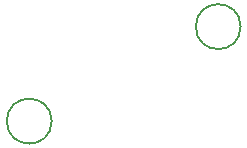
<source format=gbr>
G04 #@! TF.GenerationSoftware,KiCad,Pcbnew,5.1.5+dfsg1-2build2*
G04 #@! TF.CreationDate,2021-02-09T17:16:18+01:00*
G04 #@! TF.ProjectId,base2.0,62617365-322e-4302-9e6b-696361645f70,rev?*
G04 #@! TF.SameCoordinates,Original*
G04 #@! TF.FileFunction,Other,Comment*
%FSLAX46Y46*%
G04 Gerber Fmt 4.6, Leading zero omitted, Abs format (unit mm)*
G04 Created by KiCad (PCBNEW 5.1.5+dfsg1-2build2) date 2021-02-09 17:16:18*
%MOMM*%
%LPD*%
G04 APERTURE LIST*
%ADD10C,0.150000*%
G04 APERTURE END LIST*
D10*
G04 #@! TO.C,J2*
X156400000Y-106700000D02*
G75*
G03X156400000Y-106700000I-1900000J0D01*
G01*
G04 #@! TO.C,J1*
X140400000Y-114700000D02*
G75*
G03X140400000Y-114700000I-1900000J0D01*
G01*
G04 #@! TD*
M02*

</source>
